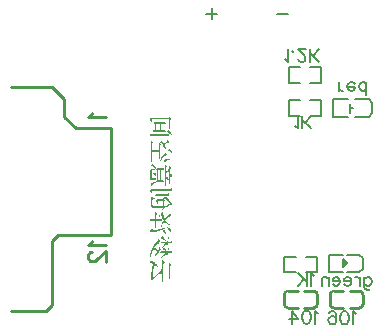
<source format=gbo>
G04 Layer: BottomSilkLayer*
G04 EasyEDA v6.4.25, 2021-11-23T22:35:47+08:00*
G04 b1e9ac58b82e44e2a900f0cbd8408905,45ba98ba689c459a8d72e4540021d05b,10*
G04 Gerber Generator version 0.2*
G04 Scale: 100 percent, Rotated: No, Reflected: No *
G04 Dimensions in millimeters *
G04 leading zeros omitted , absolute positions ,4 integer and 5 decimal *
%FSLAX45Y45*%
%MOMM*%

%ADD10C,0.2540*%
%ADD32C,0.1524*%
%ADD35C,0.1500*%

%LPD*%
G36*
X1531112Y592531D02*
G01*
X1529943Y591210D01*
X1528826Y589229D01*
X1527810Y586740D01*
X1527048Y583895D01*
X1388872Y583895D01*
X1384503Y583692D01*
X1380591Y583082D01*
X1377137Y581812D01*
X1374140Y579678D01*
X1371650Y576529D01*
X1369618Y572109D01*
X1368044Y566216D01*
X1367028Y558749D01*
X1370634Y558139D01*
X1373835Y557174D01*
X1376527Y555752D01*
X1378712Y553923D01*
X1380540Y550824D01*
X1382166Y546709D01*
X1383588Y541274D01*
X1384808Y534365D01*
X1387856Y534365D01*
X1386078Y562813D01*
X1386382Y565302D01*
X1387246Y566877D01*
X1388668Y567639D01*
X1390650Y567893D01*
X1530096Y567893D01*
X1530096Y484835D01*
X1536192Y482803D01*
X1536192Y565861D01*
X1545336Y573735D01*
G37*
G36*
X1493774Y549097D02*
G01*
X1492808Y548030D01*
X1491843Y546506D01*
X1491030Y544525D01*
X1490472Y542239D01*
X1404112Y542239D01*
X1402435Y540969D01*
X1400403Y537819D01*
X1398727Y533654D01*
X1398016Y529285D01*
X1398016Y526745D01*
X1492250Y526745D01*
X1492250Y480517D01*
X1460246Y480517D01*
X1460246Y526745D01*
X1454404Y526745D01*
X1454404Y480517D01*
X1419606Y480517D01*
X1419606Y526745D01*
X1413510Y526745D01*
X1413510Y480517D01*
X1399286Y480517D01*
X1397965Y479602D01*
X1396288Y477012D01*
X1394815Y472998D01*
X1394206Y467817D01*
X1394206Y465277D01*
X1504950Y465277D01*
X1498092Y482041D01*
X1498092Y525221D01*
X1506474Y533095D01*
G37*
G36*
X1522882Y474980D02*
G01*
X1520088Y474319D01*
X1517802Y473100D01*
X1516075Y471322D01*
X1515059Y469087D01*
X1514754Y466445D01*
X1515364Y463550D01*
X1516888Y460451D01*
X1521510Y458774D01*
X1526336Y456488D01*
X1531213Y453745D01*
X1540865Y447243D01*
X1545386Y443738D01*
X1553210Y436829D01*
X1554480Y438861D01*
X1551533Y447548D01*
X1548180Y454914D01*
X1544624Y460959D01*
X1540865Y465835D01*
X1537055Y469544D01*
X1533245Y472236D01*
X1529537Y474014D01*
X1526082Y474878D01*
G37*
G36*
X1524762Y448767D02*
G01*
X1522679Y448005D01*
X1521002Y446633D01*
X1519732Y444347D01*
X1518920Y440893D01*
X1371600Y440893D01*
X1369923Y439724D01*
X1368196Y436676D01*
X1366824Y432511D01*
X1366266Y427939D01*
X1366266Y424891D01*
X1527302Y424891D01*
G37*
G36*
X1516126Y395173D02*
G01*
X1515160Y394004D01*
X1514500Y392379D01*
X1513840Y387299D01*
X1507845Y382524D01*
X1501241Y376631D01*
X1494790Y370230D01*
X1489202Y363931D01*
X1484934Y370382D01*
X1480667Y375513D01*
X1476400Y379374D01*
X1472285Y382066D01*
X1468475Y383692D01*
X1464970Y384302D01*
X1461973Y383997D01*
X1459534Y382828D01*
X1457807Y380898D01*
X1456842Y378358D01*
X1456791Y375208D01*
X1457706Y371551D01*
X1461668Y368503D01*
X1465732Y364896D01*
X1474012Y356311D01*
X1482242Y346405D01*
X1490116Y335788D01*
X1497177Y325170D01*
X1503172Y315163D01*
X1505458Y316941D01*
X1502359Y330504D01*
X1498904Y342341D01*
X1495094Y352552D01*
X1490980Y361137D01*
X1496923Y363067D01*
X1510538Y366725D01*
X1517142Y368249D01*
X1517142Y234645D01*
X1507185Y234442D01*
X1499158Y232257D01*
X1493062Y228600D01*
X1488948Y223977D01*
X1486763Y219456D01*
X1486357Y214833D01*
X1487728Y210870D01*
X1490980Y208229D01*
X1494688Y207568D01*
X1498092Y208584D01*
X1501038Y210921D01*
X1503426Y214325D01*
X1508404Y219760D01*
X1515719Y224231D01*
X1524711Y226974D01*
X1534668Y227279D01*
X1534922Y230835D01*
X1528978Y232714D01*
X1523238Y233883D01*
X1523238Y367233D01*
X1533398Y377393D01*
G37*
G36*
X1379728Y392125D02*
G01*
X1378407Y391312D01*
X1377442Y390042D01*
X1376883Y388366D01*
X1376680Y386283D01*
X1376680Y210769D01*
X1382522Y209245D01*
X1382522Y292811D01*
X1443482Y292811D01*
X1443482Y230835D01*
X1449324Y229057D01*
X1449324Y346151D01*
X1462278Y356565D01*
X1446784Y375107D01*
X1445310Y374548D01*
X1444294Y373380D01*
X1443685Y371754D01*
X1443482Y369773D01*
X1443482Y309321D01*
X1382522Y309321D01*
X1382522Y361645D01*
X1396492Y372313D01*
X1390802Y379323D01*
G37*
G36*
X1533702Y315468D02*
G01*
X1530858Y314909D01*
X1528368Y313740D01*
X1526336Y312064D01*
X1524863Y309880D01*
X1524050Y307340D01*
X1524050Y304495D01*
X1524914Y301498D01*
X1526794Y298399D01*
X1534109Y296824D01*
X1541526Y293725D01*
X1548384Y289509D01*
X1553972Y284683D01*
X1555242Y286461D01*
X1553718Y294132D01*
X1551584Y300482D01*
X1549044Y305562D01*
X1546199Y309524D01*
X1543100Y312420D01*
X1539951Y314299D01*
X1536750Y315264D01*
G37*
G36*
X1497330Y294589D02*
G01*
X1495806Y293471D01*
X1494637Y291541D01*
X1494028Y288747D01*
X1494028Y284937D01*
X1486916Y276250D01*
X1479397Y265938D01*
X1471930Y254457D01*
X1464818Y242163D01*
X1458315Y229412D01*
X1452880Y216611D01*
X1455166Y214325D01*
X1458722Y219760D01*
X1462735Y225348D01*
X1471777Y236728D01*
X1481632Y247853D01*
X1491640Y258013D01*
X1501089Y266598D01*
X1505356Y270103D01*
X1509268Y272999D01*
G37*
G36*
X1497584Y189941D02*
G01*
X1496110Y189280D01*
X1495094Y188163D01*
X1494485Y186639D01*
X1494282Y184861D01*
X1494282Y8077D01*
X1500124Y6807D01*
X1500124Y113995D01*
X1506728Y116890D01*
X1521206Y122428D01*
X1527810Y124663D01*
X1527810Y22555D01*
X1533652Y21031D01*
X1533652Y95707D01*
X1539290Y92202D01*
X1544828Y87426D01*
X1549704Y81889D01*
X1553464Y76149D01*
X1555496Y77927D01*
X1554835Y88138D01*
X1552956Y96113D01*
X1550212Y102006D01*
X1546860Y106019D01*
X1543253Y108305D01*
X1539646Y109067D01*
X1536344Y108559D01*
X1533652Y106883D01*
X1533652Y146253D01*
X1546606Y156667D01*
X1536344Y170027D01*
X1531112Y176225D01*
X1529638Y175564D01*
X1528622Y174396D01*
X1528013Y172821D01*
X1527810Y170891D01*
X1527810Y126949D01*
X1521206Y148285D01*
X1519631Y147370D01*
X1518412Y145796D01*
X1517700Y143560D01*
X1517650Y140665D01*
X1509014Y131267D01*
X1500124Y120345D01*
X1500124Y159969D01*
X1513078Y170637D01*
X1502816Y183896D01*
G37*
G36*
X1386535Y186944D02*
G01*
X1383792Y186334D01*
X1381556Y185166D01*
X1379880Y183489D01*
X1378915Y181356D01*
X1378712Y178968D01*
X1379372Y176276D01*
X1380998Y173431D01*
X1385671Y172262D01*
X1390548Y170332D01*
X1395425Y167792D01*
X1400302Y164795D01*
X1404975Y161442D01*
X1409395Y157784D01*
X1413459Y154025D01*
X1417066Y150317D01*
X1418590Y152349D01*
X1415491Y160731D01*
X1412087Y167792D01*
X1408379Y173634D01*
X1404569Y178257D01*
X1400708Y181813D01*
X1396898Y184404D01*
X1393190Y186080D01*
X1389684Y186893D01*
G37*
G36*
X1476502Y165811D02*
G01*
X1475333Y164388D01*
X1474165Y162407D01*
X1473098Y159918D01*
X1472184Y156921D01*
X1427226Y156921D01*
X1425803Y155498D01*
X1424127Y152146D01*
X1422755Y147878D01*
X1422146Y143459D01*
X1422146Y140919D01*
X1475232Y140919D01*
X1475232Y53797D01*
X1458214Y53797D01*
X1458214Y140919D01*
X1452118Y140919D01*
X1452118Y53797D01*
X1434846Y53797D01*
X1434846Y140919D01*
X1428750Y140919D01*
X1428750Y53797D01*
X1425448Y53797D01*
X1424025Y52578D01*
X1422349Y49428D01*
X1420977Y45110D01*
X1420368Y40335D01*
X1420368Y38049D01*
X1488440Y38049D01*
X1481328Y55067D01*
X1481328Y138887D01*
X1490472Y147269D01*
G37*
G36*
X1380490Y152349D02*
G01*
X1378051Y151942D01*
X1375968Y150571D01*
X1374343Y147929D01*
X1373022Y143713D01*
X1372006Y137617D01*
X1371346Y129387D01*
X1370990Y118719D01*
X1370838Y77165D01*
X1371447Y65328D01*
X1373632Y58216D01*
X1377899Y54711D01*
X1384808Y53797D01*
X1419098Y53797D01*
X1417066Y75387D01*
X1415186Y74828D01*
X1413713Y73660D01*
X1412697Y71780D01*
X1412240Y69291D01*
X1387856Y69291D01*
X1386179Y69545D01*
X1385163Y70815D01*
X1384706Y73761D01*
X1384554Y79197D01*
X1384604Y121412D01*
X1384808Y130505D01*
X1385062Y132435D01*
X1385570Y133807D01*
X1386332Y134772D01*
X1387602Y135585D01*
X1390700Y137007D01*
X1395374Y138684D01*
X1408430Y142189D01*
X1408430Y144983D01*
X1386840Y145491D01*
X1385519Y148793D01*
X1384046Y150876D01*
X1382420Y151993D01*
G37*
G36*
X1402537Y117297D02*
G01*
X1399844Y117246D01*
X1397508Y116636D01*
X1395526Y115468D01*
X1394104Y113893D01*
X1393240Y111912D01*
X1393037Y109677D01*
X1393596Y107187D01*
X1394968Y104597D01*
X1402791Y102006D01*
X1410512Y97485D01*
X1417523Y91897D01*
X1423162Y86055D01*
X1424940Y87579D01*
X1422857Y94894D01*
X1420418Y101041D01*
X1417675Y106121D01*
X1414678Y110134D01*
X1411630Y113182D01*
X1408480Y115316D01*
X1405432Y116687D01*
G37*
G36*
X1508099Y80873D02*
G01*
X1505051Y80060D01*
X1502613Y78333D01*
X1500936Y75844D01*
X1500276Y72847D01*
X1500784Y69494D01*
X1502664Y65989D01*
X1508912Y64414D01*
X1515110Y61671D01*
X1520850Y58216D01*
X1525778Y54559D01*
X1527048Y56337D01*
X1524812Y64820D01*
X1521968Y71323D01*
X1518615Y75996D01*
X1515110Y79044D01*
X1511503Y80568D01*
G37*
G36*
X1402537Y36525D02*
G01*
X1396034Y35560D01*
X1390294Y33782D01*
X1385366Y31343D01*
X1381252Y28448D01*
X1378051Y25298D01*
X1375664Y22047D01*
X1373835Y17627D01*
X1373428Y13157D01*
X1374546Y9347D01*
X1377442Y6807D01*
X1380642Y6299D01*
X1383741Y7315D01*
X1386535Y9550D01*
X1388872Y12649D01*
X1390751Y15900D01*
X1393190Y19151D01*
X1396238Y22250D01*
X1399794Y25146D01*
X1403807Y27635D01*
X1408226Y29718D01*
X1413002Y31191D01*
X1418082Y31953D01*
X1417828Y35255D01*
X1409801Y36474D01*
G37*
G36*
X1550924Y-15036D02*
G01*
X1548993Y-15900D01*
X1547368Y-17322D01*
X1546148Y-19558D01*
X1545336Y-22656D01*
X1387602Y-22656D01*
X1383334Y-22860D01*
X1379524Y-23418D01*
X1376121Y-24638D01*
X1373174Y-26670D01*
X1370685Y-29616D01*
X1368704Y-33731D01*
X1367129Y-39116D01*
X1366012Y-46024D01*
X1369618Y-46532D01*
X1372768Y-47396D01*
X1375410Y-48666D01*
X1377442Y-50596D01*
X1379372Y-53136D01*
X1380998Y-56641D01*
X1382369Y-61417D01*
X1383538Y-67614D01*
X1386586Y-67614D01*
X1385062Y-42976D01*
X1385265Y-40792D01*
X1385976Y-39370D01*
X1387195Y-38658D01*
X1389126Y-38404D01*
X1553464Y-38404D01*
G37*
G36*
X1525778Y-55930D02*
G01*
X1523847Y-56438D01*
X1522272Y-57658D01*
X1521104Y-59740D01*
X1520444Y-62788D01*
X1418336Y-62788D01*
X1416812Y-63957D01*
X1415135Y-66852D01*
X1413814Y-70866D01*
X1413256Y-75234D01*
X1413256Y-78028D01*
X1528064Y-78028D01*
G37*
G36*
X1384554Y-88188D02*
G01*
X1382115Y-88646D01*
X1380032Y-90017D01*
X1378305Y-92608D01*
X1376934Y-96672D01*
X1375918Y-102311D01*
X1375206Y-109829D01*
X1374800Y-119481D01*
X1374648Y-155498D01*
X1375460Y-166827D01*
X1378102Y-173786D01*
X1383030Y-177393D01*
X1390650Y-178358D01*
X1484376Y-178358D01*
X1479397Y-183642D01*
X1474724Y-189026D01*
X1470355Y-194665D01*
X1466342Y-200456D01*
X1468374Y-202742D01*
X1477772Y-194005D01*
X1488033Y-185724D01*
X1498955Y-178003D01*
X1510233Y-170840D01*
X1521612Y-164439D01*
X1532890Y-158800D01*
X1543761Y-154025D01*
X1553972Y-150164D01*
X1543812Y-127558D01*
X1542338Y-128676D01*
X1541424Y-130149D01*
X1541018Y-132283D01*
X1541272Y-135178D01*
X1537512Y-126644D01*
X1533652Y-119126D01*
X1529638Y-112522D01*
X1525574Y-106832D01*
X1521510Y-102057D01*
X1517446Y-98044D01*
X1513484Y-94843D01*
X1509674Y-92354D01*
X1506016Y-90576D01*
X1502613Y-89408D01*
X1499463Y-88798D01*
X1496618Y-88747D01*
X1494129Y-89204D01*
X1492097Y-90119D01*
X1490472Y-91440D01*
X1489405Y-93116D01*
X1488846Y-95097D01*
X1488897Y-97332D01*
X1489608Y-99822D01*
X1490980Y-102412D01*
X1496669Y-104902D01*
X1502562Y-108254D01*
X1508607Y-112268D01*
X1514652Y-116839D01*
X1520596Y-121818D01*
X1531874Y-132435D01*
X1536954Y-137718D01*
X1525473Y-144627D01*
X1513687Y-152704D01*
X1501851Y-161950D01*
X1490218Y-172262D01*
X1485138Y-160324D01*
X1485138Y-123748D01*
X1493520Y-115112D01*
X1480312Y-99110D01*
X1479296Y-100228D01*
X1478432Y-101803D01*
X1477772Y-103936D01*
X1477264Y-106730D01*
X1455013Y-106984D01*
X1446377Y-107391D01*
X1439265Y-108000D01*
X1433525Y-108915D01*
X1429004Y-110185D01*
X1425600Y-111810D01*
X1423162Y-113842D01*
X1420672Y-117449D01*
X1418996Y-121716D01*
X1418031Y-126492D01*
X1417828Y-131622D01*
X1420774Y-131775D01*
X1423416Y-132232D01*
X1425702Y-133146D01*
X1427480Y-134670D01*
X1428953Y-137109D01*
X1430274Y-140462D01*
X1431442Y-144373D01*
X1432306Y-148640D01*
X1435354Y-148386D01*
X1434338Y-129844D01*
X1434642Y-126441D01*
X1435100Y-125374D01*
X1435862Y-124510D01*
X1437335Y-123698D01*
X1439875Y-123037D01*
X1443482Y-122529D01*
X1454200Y-121970D01*
X1479296Y-121716D01*
X1479296Y-162864D01*
X1394206Y-162864D01*
X1391818Y-162560D01*
X1390243Y-161188D01*
X1389380Y-158191D01*
X1389126Y-152958D01*
X1389176Y-118160D01*
X1389634Y-110286D01*
X1389888Y-108661D01*
X1390396Y-107442D01*
X1391310Y-106527D01*
X1392682Y-105714D01*
X1396949Y-104089D01*
X1403858Y-102209D01*
X1422654Y-98094D01*
X1422654Y-95554D01*
X1391412Y-95046D01*
X1389938Y-91744D01*
X1388364Y-89662D01*
X1386636Y-88544D01*
G37*
G36*
X1477264Y-213156D02*
G01*
X1474978Y-213410D01*
X1473250Y-217982D01*
X1470406Y-221742D01*
X1466392Y-224536D01*
X1461262Y-226364D01*
X1463192Y-234645D01*
X1465326Y-242620D01*
X1467713Y-250342D01*
X1470304Y-257759D01*
X1473149Y-264922D01*
X1476197Y-271729D01*
X1479550Y-278282D01*
X1482672Y-283768D01*
X1497584Y-283768D01*
X1501648Y-279247D01*
X1510233Y-271018D01*
X1514703Y-267309D01*
X1524050Y-260604D01*
X1533906Y-254812D01*
X1533906Y-321614D01*
X1528267Y-318211D01*
X1522984Y-314350D01*
X1518005Y-310134D01*
X1513382Y-305562D01*
X1509014Y-300634D01*
X1504950Y-295351D01*
X1501140Y-289712D01*
X1497584Y-283768D01*
X1482672Y-283768D01*
X1483106Y-284530D01*
X1477873Y-293878D01*
X1473047Y-303885D01*
X1468678Y-314502D01*
X1464818Y-325831D01*
X1461414Y-337870D01*
X1458468Y-350570D01*
X1461770Y-352094D01*
X1465326Y-341071D01*
X1469339Y-330555D01*
X1473860Y-320548D01*
X1478737Y-311048D01*
X1484071Y-302107D01*
X1489710Y-293674D01*
X1494078Y-298805D01*
X1498752Y-303631D01*
X1503730Y-308203D01*
X1509064Y-312420D01*
X1514754Y-316382D01*
X1520748Y-319989D01*
X1527149Y-323291D01*
X1533906Y-326186D01*
X1533906Y-338124D01*
X1540002Y-339902D01*
X1540002Y-254558D01*
X1549400Y-244144D01*
X1534160Y-227888D01*
X1533042Y-229209D01*
X1532382Y-230987D01*
X1531975Y-233375D01*
X1531874Y-236524D01*
X1520596Y-243738D01*
X1515262Y-247700D01*
X1510080Y-251967D01*
X1505153Y-256489D01*
X1500428Y-261264D01*
X1495958Y-266293D01*
X1491742Y-271576D01*
X1489100Y-265074D01*
X1484579Y-251307D01*
X1481023Y-236677D01*
X1479550Y-229006D01*
G37*
G36*
X1413002Y-214680D02*
G01*
X1411528Y-215392D01*
X1410512Y-216662D01*
X1409903Y-218287D01*
X1409700Y-220268D01*
X1409700Y-277672D01*
X1370838Y-277672D01*
X1369466Y-278892D01*
X1367840Y-281990D01*
X1366570Y-286156D01*
X1366012Y-290626D01*
X1366012Y-293674D01*
X1409700Y-293674D01*
X1409700Y-352094D01*
X1415796Y-353618D01*
X1415796Y-293674D01*
X1442212Y-293674D01*
X1442212Y-335330D01*
X1448054Y-337108D01*
X1448054Y-293674D01*
X1472692Y-293674D01*
X1470152Y-270560D01*
X1468374Y-271322D01*
X1466850Y-272592D01*
X1465630Y-274675D01*
X1464818Y-277672D01*
X1448054Y-277672D01*
X1448054Y-261670D01*
X1460754Y-251510D01*
X1455521Y-245110D01*
X1445514Y-233476D01*
X1444040Y-234137D01*
X1443024Y-235305D01*
X1442415Y-236880D01*
X1442212Y-238810D01*
X1442212Y-277672D01*
X1415796Y-277672D01*
X1415796Y-244906D01*
X1429512Y-233984D01*
X1423822Y-227126D01*
G37*
G36*
X1526286Y-340410D02*
G01*
X1444650Y-364083D01*
X1429207Y-368096D01*
X1424127Y-369062D01*
X1419352Y-369671D01*
X1415034Y-369874D01*
X1407769Y-368604D01*
X1400149Y-366268D01*
X1391158Y-364134D01*
X1379728Y-363524D01*
X1373378Y-364591D01*
X1368602Y-367284D01*
X1365554Y-371297D01*
X1364488Y-376478D01*
X1365199Y-379323D01*
X1367180Y-381660D01*
X1370380Y-383387D01*
X1374648Y-384352D01*
X1382217Y-383336D01*
X1389278Y-382727D01*
X1395831Y-382524D01*
X1401673Y-382676D01*
X1406702Y-383235D01*
X1410766Y-384098D01*
X1413764Y-385368D01*
X1415542Y-386892D01*
X1416862Y-389026D01*
X1417726Y-391312D01*
X1418285Y-393852D01*
X1418590Y-396798D01*
X1422908Y-396798D01*
X1423009Y-386486D01*
X1423568Y-385368D01*
X1424940Y-384352D01*
X1431493Y-381101D01*
X1441297Y-377037D01*
X1527302Y-344220D01*
G37*
G36*
X1527454Y-352044D02*
G01*
X1524965Y-352653D01*
X1522831Y-353923D01*
X1521256Y-355650D01*
X1520240Y-357835D01*
X1519986Y-360426D01*
X1520545Y-363270D01*
X1521968Y-366318D01*
X1529384Y-370027D01*
X1536852Y-375462D01*
X1543710Y-381914D01*
X1549400Y-388416D01*
X1550924Y-386638D01*
X1549501Y-378307D01*
X1547520Y-371246D01*
X1545082Y-365404D01*
X1542389Y-360781D01*
X1539443Y-357174D01*
X1536344Y-354584D01*
X1533245Y-352958D01*
X1530248Y-352094D01*
G37*
G36*
X1484071Y-369265D02*
G01*
X1481632Y-369874D01*
X1479600Y-371144D01*
X1478026Y-372872D01*
X1477010Y-375005D01*
X1476654Y-377545D01*
X1477060Y-380339D01*
X1478280Y-383336D01*
X1485239Y-386537D01*
X1492097Y-391414D01*
X1498346Y-397256D01*
X1503426Y-403402D01*
X1505204Y-401624D01*
X1504086Y-393750D01*
X1502460Y-387146D01*
X1500327Y-381660D01*
X1497888Y-377291D01*
X1495196Y-373938D01*
X1492402Y-371500D01*
X1489506Y-369976D01*
X1486712Y-369265D01*
G37*
G36*
X1474724Y-416610D02*
G01*
X1473200Y-420928D01*
X1470456Y-424637D01*
X1466392Y-427583D01*
X1461008Y-429564D01*
X1464208Y-433527D01*
X1471371Y-440943D01*
X1475384Y-444449D01*
X1484172Y-450951D01*
X1488948Y-453948D01*
X1493977Y-456793D01*
X1499260Y-459485D01*
X1510588Y-464312D01*
X1516634Y-466394D01*
X1460246Y-466394D01*
X1458874Y-467563D01*
X1457248Y-470458D01*
X1455978Y-474472D01*
X1455420Y-478840D01*
X1455420Y-481634D01*
X1498600Y-481634D01*
X1493215Y-485901D01*
X1488084Y-490524D01*
X1483156Y-495452D01*
X1478534Y-500735D01*
X1474063Y-506374D01*
X1469847Y-512318D01*
X1465834Y-518668D01*
X1462024Y-525322D01*
X1465326Y-527354D01*
X1472539Y-518871D01*
X1480464Y-511200D01*
X1488998Y-504393D01*
X1498092Y-498398D01*
X1502816Y-495706D01*
X1512620Y-491032D01*
X1517650Y-489000D01*
X1517650Y-512114D01*
X1523492Y-513892D01*
X1523492Y-481634D01*
X1553464Y-481634D01*
X1551178Y-458774D01*
X1549247Y-459435D01*
X1547622Y-460806D01*
X1546402Y-463042D01*
X1545590Y-466394D01*
X1523492Y-466394D01*
X1523492Y-447344D01*
X1535684Y-437946D01*
X1530604Y-431698D01*
X1520952Y-420420D01*
X1519478Y-420928D01*
X1518462Y-422046D01*
X1517853Y-423672D01*
X1517650Y-425754D01*
X1517650Y-461822D01*
X1510893Y-457758D01*
X1504543Y-453034D01*
X1498600Y-447751D01*
X1493164Y-442010D01*
X1488236Y-435914D01*
X1483868Y-429564D01*
X1480108Y-423113D01*
X1477010Y-416610D01*
G37*
G36*
X1440434Y-442772D02*
G01*
X1439164Y-444246D01*
X1438402Y-446430D01*
X1437894Y-449224D01*
X1437640Y-452678D01*
X1429258Y-459485D01*
X1421384Y-466750D01*
X1414119Y-474472D01*
X1407414Y-482650D01*
X1401216Y-491439D01*
X1395577Y-500735D01*
X1390396Y-510641D01*
X1385671Y-521157D01*
X1381404Y-532384D01*
X1377645Y-544271D01*
X1374241Y-556869D01*
X1371295Y-570179D01*
X1368704Y-584301D01*
X1366520Y-599236D01*
X1370076Y-600506D01*
X1373581Y-586079D01*
X1377340Y-572363D01*
X1381455Y-559308D01*
X1385976Y-546963D01*
X1390853Y-535279D01*
X1396238Y-524256D01*
X1402130Y-513943D01*
X1408582Y-504240D01*
X1415592Y-495249D01*
X1423263Y-486867D01*
X1431594Y-479094D01*
X1440688Y-471982D01*
X1440688Y-534974D01*
X1436166Y-539648D01*
X1431798Y-544626D01*
X1429156Y-536956D01*
X1426057Y-530860D01*
X1422603Y-526288D01*
X1419047Y-523138D01*
X1415542Y-521208D01*
X1412189Y-520446D01*
X1409242Y-520700D01*
X1406804Y-521766D01*
X1405077Y-523646D01*
X1404264Y-526135D01*
X1404467Y-529082D01*
X1405890Y-532434D01*
X1411478Y-535178D01*
X1417320Y-539292D01*
X1422958Y-544372D01*
X1427988Y-549960D01*
X1424025Y-555345D01*
X1416507Y-566928D01*
X1413002Y-573024D01*
X1406550Y-585927D01*
X1401064Y-599490D01*
X1403858Y-601522D01*
X1409801Y-591362D01*
X1416608Y-581456D01*
X1424127Y-572008D01*
X1432052Y-563168D01*
X1440230Y-555142D01*
X1448460Y-547979D01*
X1456436Y-541883D01*
X1464056Y-537006D01*
X1455166Y-514908D01*
X1453642Y-515874D01*
X1452575Y-517601D01*
X1451965Y-520293D01*
X1451864Y-524052D01*
X1446530Y-528878D01*
X1446530Y-469442D01*
X1455420Y-460044D01*
G37*
G36*
X1520444Y-515162D02*
G01*
X1518970Y-515670D01*
X1517954Y-516635D01*
X1517345Y-518109D01*
X1517142Y-519988D01*
X1517142Y-549452D01*
X1507998Y-549452D01*
X1506575Y-542137D01*
X1504696Y-535889D01*
X1502460Y-530758D01*
X1499971Y-526592D01*
X1497279Y-523392D01*
X1494485Y-521106D01*
X1491742Y-519582D01*
X1489049Y-518820D01*
X1486560Y-518718D01*
X1484325Y-519226D01*
X1482394Y-520242D01*
X1480972Y-521766D01*
X1480058Y-523697D01*
X1479753Y-525932D01*
X1480159Y-528472D01*
X1481328Y-531164D01*
X1487322Y-534111D01*
X1493266Y-538429D01*
X1498854Y-543661D01*
X1503680Y-549452D01*
X1460246Y-549452D01*
X1458772Y-550570D01*
X1457198Y-553364D01*
X1455928Y-557174D01*
X1455420Y-561390D01*
X1455420Y-564438D01*
X1496568Y-564438D01*
X1490980Y-568248D01*
X1485595Y-572363D01*
X1480413Y-576783D01*
X1475435Y-581558D01*
X1470660Y-586587D01*
X1466138Y-591972D01*
X1461820Y-597611D01*
X1457706Y-603554D01*
X1460754Y-605840D01*
X1468780Y-598322D01*
X1477467Y-591515D01*
X1486763Y-585368D01*
X1496568Y-580034D01*
X1501597Y-577596D01*
X1511909Y-573379D01*
X1517142Y-571550D01*
X1517142Y-600506D01*
X1523238Y-602030D01*
X1523238Y-564438D01*
X1554480Y-564438D01*
X1551940Y-542086D01*
X1550162Y-542747D01*
X1548638Y-544068D01*
X1547418Y-546252D01*
X1546606Y-549452D01*
X1523238Y-549452D01*
X1523238Y-541070D01*
X1535176Y-531926D01*
X1530197Y-525830D01*
X1525422Y-520395D01*
G37*
G36*
X1475232Y-620826D02*
G01*
X1473911Y-621538D01*
X1472946Y-622808D01*
X1472387Y-624433D01*
X1472184Y-626414D01*
X1472184Y-722426D01*
X1461008Y-702106D01*
X1459636Y-703275D01*
X1458569Y-705053D01*
X1458061Y-707390D01*
X1458214Y-710234D01*
X1450441Y-716026D01*
X1442059Y-722934D01*
X1433271Y-730758D01*
X1424381Y-739292D01*
X1415542Y-748284D01*
X1407007Y-757631D01*
X1398981Y-767029D01*
X1391666Y-776274D01*
X1393342Y-737260D01*
X1397762Y-658164D01*
X1410106Y-666242D01*
X1422146Y-674979D01*
X1433423Y-683920D01*
X1443482Y-692708D01*
X1444752Y-689914D01*
X1439468Y-680720D01*
X1434185Y-672388D01*
X1428851Y-664921D01*
X1423568Y-658266D01*
X1418336Y-652424D01*
X1413154Y-647293D01*
X1408125Y-642924D01*
X1403197Y-639216D01*
X1398473Y-636219D01*
X1393952Y-633780D01*
X1389684Y-631952D01*
X1385620Y-630682D01*
X1381912Y-629869D01*
X1378559Y-629615D01*
X1375511Y-629767D01*
X1372870Y-630326D01*
X1370634Y-631240D01*
X1368907Y-632510D01*
X1367637Y-634136D01*
X1366875Y-635965D01*
X1366621Y-638098D01*
X1366977Y-640384D01*
X1367993Y-642874D01*
X1369568Y-645464D01*
X1375206Y-647344D01*
X1380998Y-649732D01*
X1393190Y-655624D01*
X1386636Y-696874D01*
X1379321Y-748487D01*
X1375410Y-777544D01*
X1372616Y-780288D01*
X1371650Y-781659D01*
X1371092Y-783132D01*
X1392936Y-790498D01*
X1394460Y-785571D01*
X1395476Y-783640D01*
X1402384Y-776020D01*
X1410919Y-767943D01*
X1420723Y-759714D01*
X1431290Y-751636D01*
X1442161Y-744016D01*
X1452880Y-737108D01*
X1463040Y-731164D01*
X1472184Y-726490D01*
X1472184Y-807008D01*
X1478026Y-808786D01*
X1478026Y-654100D01*
X1492758Y-642162D01*
X1486763Y-634542D01*
G37*
G36*
X1530604Y-641654D02*
G01*
X1529130Y-642366D01*
X1528114Y-643636D01*
X1527505Y-645261D01*
X1527302Y-647242D01*
X1527302Y-785164D01*
X1533398Y-786942D01*
X1533398Y-674420D01*
X1547876Y-662990D01*
X1542034Y-655472D01*
G37*
D32*
X1891281Y1509463D02*
G01*
X1891281Y1415945D01*
X1938040Y1462704D02*
G01*
X1844522Y1462704D01*
X2540020Y1457624D02*
G01*
X2446502Y1457624D01*
X2755910Y-756338D02*
G01*
X2745519Y-751141D01*
X2729933Y-735556D01*
X2729933Y-844659D01*
X2695643Y-735556D02*
G01*
X2695643Y-844659D01*
X2622905Y-735556D02*
G01*
X2695643Y-808291D01*
X2669664Y-782314D02*
G01*
X2622905Y-844659D01*
X3183775Y-766848D02*
G01*
X3183775Y-849975D01*
X3188969Y-865563D01*
X3194164Y-870757D01*
X3204555Y-875954D01*
X3220143Y-875954D01*
X3230534Y-870757D01*
X3183775Y-782434D02*
G01*
X3194164Y-772045D01*
X3204555Y-766848D01*
X3220143Y-766848D01*
X3230534Y-772045D01*
X3240925Y-782434D01*
X3246119Y-798022D01*
X3246119Y-808413D01*
X3240925Y-823998D01*
X3230534Y-834389D01*
X3220143Y-839584D01*
X3204555Y-839584D01*
X3194164Y-834389D01*
X3183775Y-823998D01*
X3149485Y-766848D02*
G01*
X3149485Y-839584D01*
X3149485Y-798022D02*
G01*
X3144288Y-782434D01*
X3133897Y-772045D01*
X3123506Y-766848D01*
X3107921Y-766848D01*
X3073631Y-798022D02*
G01*
X3011284Y-798022D01*
X3011284Y-787631D01*
X3016481Y-777239D01*
X3021675Y-772045D01*
X3032066Y-766848D01*
X3047654Y-766848D01*
X3058045Y-772045D01*
X3068434Y-782434D01*
X3073631Y-798022D01*
X3073631Y-808413D01*
X3068434Y-823998D01*
X3058045Y-834389D01*
X3047654Y-839584D01*
X3032066Y-839584D01*
X3021675Y-834389D01*
X3011284Y-823998D01*
X2976994Y-798022D02*
G01*
X2914649Y-798022D01*
X2914649Y-787631D01*
X2919844Y-777239D01*
X2925041Y-772045D01*
X2935432Y-766848D01*
X2951017Y-766848D01*
X2961408Y-772045D01*
X2971799Y-782434D01*
X2976994Y-798022D01*
X2976994Y-808413D01*
X2971799Y-823998D01*
X2961408Y-834389D01*
X2951017Y-839584D01*
X2935432Y-839584D01*
X2925041Y-834389D01*
X2914649Y-823998D01*
X2880360Y-766848D02*
G01*
X2880360Y-839584D01*
X2880360Y-787631D02*
G01*
X2864774Y-772045D01*
X2854383Y-766848D01*
X2838795Y-766848D01*
X2828404Y-772045D01*
X2823210Y-787631D01*
X2823210Y-839584D01*
X2595880Y512503D02*
G01*
X2606271Y507306D01*
X2621856Y491721D01*
X2621856Y600824D01*
X2656146Y491721D02*
G01*
X2656146Y600824D01*
X2728884Y491721D02*
G01*
X2656146Y564456D01*
X2682125Y538479D02*
G01*
X2728884Y600824D01*
X2964180Y812568D02*
G01*
X2964180Y885304D01*
X2964180Y843742D02*
G01*
X2969374Y828154D01*
X2979765Y817765D01*
X2990156Y812568D01*
X3005744Y812568D01*
X3040034Y843742D02*
G01*
X3102378Y843742D01*
X3102378Y833351D01*
X3097184Y822959D01*
X3091987Y817765D01*
X3081596Y812568D01*
X3066011Y812568D01*
X3055619Y817765D01*
X3045228Y828154D01*
X3040034Y843742D01*
X3040034Y854133D01*
X3045228Y869718D01*
X3055619Y880109D01*
X3066011Y885304D01*
X3081596Y885304D01*
X3091987Y880109D01*
X3102378Y869718D01*
X3199015Y776201D02*
G01*
X3199015Y885304D01*
X3199015Y828154D02*
G01*
X3188624Y817765D01*
X3178233Y812568D01*
X3162645Y812568D01*
X3152254Y817765D01*
X3141865Y828154D01*
X3136668Y843742D01*
X3136668Y854133D01*
X3141865Y869718D01*
X3152254Y880109D01*
X3162645Y885304D01*
X3178233Y885304D01*
X3188624Y880109D01*
X3199015Y869718D01*
X2788919Y-1073843D02*
G01*
X2778528Y-1068646D01*
X2762943Y-1053061D01*
X2762943Y-1162164D01*
X2697480Y-1053061D02*
G01*
X2713065Y-1058255D01*
X2723456Y-1073843D01*
X2728653Y-1099820D01*
X2728653Y-1115405D01*
X2723456Y-1141384D01*
X2713065Y-1156970D01*
X2697480Y-1162164D01*
X2687088Y-1162164D01*
X2671503Y-1156970D01*
X2661112Y-1141384D01*
X2655915Y-1115405D01*
X2655915Y-1099820D01*
X2661112Y-1073843D01*
X2671503Y-1058255D01*
X2687088Y-1053061D01*
X2697480Y-1053061D01*
X2569672Y-1053061D02*
G01*
X2621625Y-1125796D01*
X2543695Y-1125796D01*
X2569672Y-1053061D02*
G01*
X2569672Y-1162164D01*
X3113100Y-1077335D02*
G01*
X3102709Y-1072139D01*
X3087123Y-1056553D01*
X3087123Y-1165656D01*
X3021660Y-1056553D02*
G01*
X3037245Y-1061747D01*
X3047636Y-1077335D01*
X3052833Y-1103312D01*
X3052833Y-1118897D01*
X3047636Y-1144877D01*
X3037245Y-1160462D01*
X3021660Y-1165656D01*
X3011269Y-1165656D01*
X2995683Y-1160462D01*
X2985292Y-1144877D01*
X2980095Y-1118897D01*
X2980095Y-1103312D01*
X2985292Y-1077335D01*
X2995683Y-1061747D01*
X3011269Y-1056553D01*
X3021660Y-1056553D01*
X2883461Y-1072139D02*
G01*
X2888655Y-1061747D01*
X2904243Y-1056553D01*
X2914634Y-1056553D01*
X2930220Y-1061747D01*
X2940611Y-1077335D01*
X2945805Y-1103312D01*
X2945805Y-1129289D01*
X2940611Y-1150071D01*
X2930220Y-1160462D01*
X2914634Y-1165656D01*
X2909437Y-1165656D01*
X2893852Y-1160462D01*
X2883461Y-1150071D01*
X2878264Y-1134485D01*
X2878264Y-1129289D01*
X2883461Y-1113703D01*
X2893852Y-1103312D01*
X2909437Y-1098118D01*
X2914634Y-1098118D01*
X2930220Y-1103312D01*
X2940611Y-1113703D01*
X2945805Y-1129289D01*
X2512060Y1076383D02*
G01*
X2522451Y1071186D01*
X2538036Y1055601D01*
X2538036Y1164704D01*
X2577523Y1138727D02*
G01*
X2572326Y1143924D01*
X2577523Y1149118D01*
X2582717Y1143924D01*
X2577523Y1138727D01*
X2622204Y1081577D02*
G01*
X2622204Y1076383D01*
X2627398Y1065992D01*
X2632595Y1060795D01*
X2642984Y1055601D01*
X2663766Y1055601D01*
X2674157Y1060795D01*
X2679354Y1065992D01*
X2684548Y1076383D01*
X2684548Y1086774D01*
X2679354Y1097165D01*
X2668963Y1112751D01*
X2617007Y1164704D01*
X2689745Y1164704D01*
X2724035Y1055601D02*
G01*
X2724035Y1164704D01*
X2796771Y1055601D02*
G01*
X2724035Y1128336D01*
X2750012Y1102359D02*
G01*
X2796771Y1164704D01*
D10*
X874128Y-464337D02*
G01*
X867016Y-478307D01*
X846442Y-499135D01*
X991730Y-499135D01*
X880986Y-551713D02*
G01*
X874128Y-551713D01*
X860158Y-558571D01*
X853300Y-565429D01*
X846442Y-579399D01*
X846442Y-607085D01*
X853300Y-621055D01*
X860158Y-627913D01*
X874128Y-634771D01*
X887844Y-634771D01*
X901814Y-627913D01*
X922642Y-613943D01*
X991730Y-544855D01*
X991730Y-641629D01*
X874128Y618972D02*
G01*
X867016Y605256D01*
X846442Y584428D01*
X991730Y584428D01*
X2506129Y-917602D02*
G01*
X2506129Y-997605D01*
X2617104Y-886617D02*
G01*
X2537106Y-886617D01*
X2617104Y-1028583D02*
G01*
X2537106Y-1028583D01*
X2674693Y-886035D02*
G01*
X2754693Y-886035D01*
X2785676Y-917018D02*
G01*
X2785676Y-997016D01*
X2674693Y-1027996D02*
G01*
X2754693Y-1027996D01*
D32*
X2637078Y876279D02*
G01*
X2541191Y876279D01*
X2541191Y1008400D01*
X2637078Y1008400D01*
X2722321Y876279D02*
G01*
X2818208Y876279D01*
X2818208Y1008400D01*
X2722321Y1008400D01*
D10*
X3171560Y-997016D02*
G01*
X3171560Y-917013D01*
X3060585Y-1028001D02*
G01*
X3140583Y-1028001D01*
X3060585Y-886035D02*
G01*
X3140583Y-886035D01*
X3002996Y-1028583D02*
G01*
X2922996Y-1028583D01*
X2892013Y-997600D02*
G01*
X2892013Y-917602D01*
X3002996Y-886622D02*
G01*
X2922996Y-886622D01*
D35*
X3000557Y-685131D02*
G01*
X3001553Y-685131D01*
X3034558Y-652127D01*
X3000557Y-617128D02*
G01*
X3000557Y-618126D01*
X3034558Y-652127D01*
X3000557Y-617128D02*
G01*
X3000557Y-685131D01*
X2998553Y-577121D02*
G01*
X2883552Y-577121D01*
X2998553Y-727133D02*
G01*
X2883552Y-727133D01*
X2883552Y-577131D02*
G01*
X2883552Y-725124D01*
X3036554Y-727364D02*
G01*
X3141565Y-727364D01*
X3171560Y-687357D02*
G01*
X3171560Y-697359D01*
X3141565Y-727364D01*
X3171560Y-617362D02*
G01*
X3171560Y-687357D01*
X3171560Y-617362D02*
G01*
X3171560Y-607347D01*
X3141565Y-577352D01*
X3036554Y-577352D02*
G01*
X3141565Y-577352D01*
X3000557Y-652127D02*
G01*
X3034558Y-652127D01*
X3250945Y627938D02*
G01*
X3250945Y617936D01*
X3220951Y587933D01*
X3250945Y697931D02*
G01*
X3250945Y707946D01*
X3220951Y737941D01*
X3250945Y697931D02*
G01*
X3250945Y627938D01*
X2920944Y737928D02*
G01*
X2920944Y589937D01*
X3105950Y587933D02*
G01*
X3220951Y587933D01*
X3105950Y737941D02*
G01*
X3220951Y737941D01*
X3045947Y587933D02*
G01*
X2920944Y587933D01*
X3045947Y737941D02*
G01*
X2920944Y737941D01*
X3063240Y624839D02*
G01*
X3063240Y701039D01*
X3063240Y663580D02*
G01*
X3088640Y663580D01*
D32*
X2687259Y-594339D02*
G01*
X2783146Y-594339D01*
X2783146Y-726460D01*
X2687259Y-726460D01*
X2602016Y-594339D02*
G01*
X2506129Y-594339D01*
X2506129Y-726460D01*
X2602016Y-726460D01*
X2722321Y731540D02*
G01*
X2818208Y731540D01*
X2818208Y599419D01*
X2722321Y599419D01*
X2637078Y731540D02*
G01*
X2541191Y731540D01*
X2541191Y599419D01*
X2637078Y599419D01*
D10*
X187919Y842241D02*
G01*
X537921Y842241D01*
X637920Y742241D01*
X637920Y592241D01*
X737920Y492239D01*
X1037920Y492239D01*
X1037920Y-407758D01*
X587921Y-407758D01*
X537921Y-457758D01*
X537921Y-1007760D01*
X487918Y-1057760D01*
X187919Y-1057760D01*
G75*
G01*
X2785681Y-917019D02*
G03*
X2754699Y-886036I-30982J0D01*
G75*
G01*
X2754699Y-1028001D02*
G03*
X2785681Y-997016I0J30982D01*
G75*
G01*
X2537112Y-886617D02*
G03*
X2506129Y-917603I0J-30983D01*
G75*
G01*
X2506129Y-997600D02*
G03*
X2537112Y-1028583I30983J0D01*
G75*
G01*
X2892008Y-997600D02*
G03*
X2922991Y-1028583I30983J0D01*
G75*
G01*
X2922991Y-886617D02*
G03*
X2892008Y-917603I0J-30983D01*
G75*
G01*
X3140578Y-1028001D02*
G03*
X3171561Y-997016I0J30982D01*
G75*
G01*
X3171561Y-917019D02*
G03*
X3140578Y-886036I-30983J0D01*
M02*

</source>
